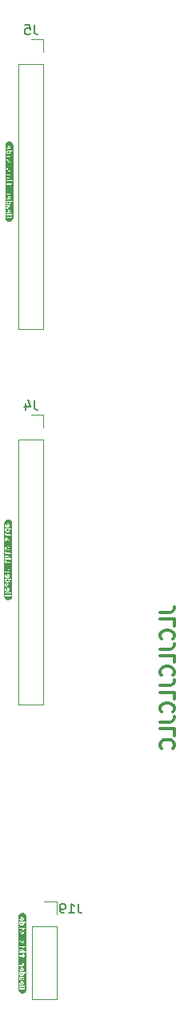
<source format=gbo>
G04 #@! TF.GenerationSoftware,KiCad,Pcbnew,8.0.6-8.0.6-0~ubuntu22.04.1*
G04 #@! TF.CreationDate,2025-02-02T12:48:45+01:00*
G04 #@! TF.ProjectId,Drumbox,4472756d-626f-4782-9e6b-696361645f70,rev?*
G04 #@! TF.SameCoordinates,Original*
G04 #@! TF.FileFunction,Legend,Bot*
G04 #@! TF.FilePolarity,Positive*
%FSLAX46Y46*%
G04 Gerber Fmt 4.6, Leading zero omitted, Abs format (unit mm)*
G04 Created by KiCad (PCBNEW 8.0.6-8.0.6-0~ubuntu22.04.1) date 2025-02-02 12:48:45*
%MOMM*%
%LPD*%
G01*
G04 APERTURE LIST*
%ADD10C,0.300000*%
%ADD11C,0.150000*%
%ADD12C,0.120000*%
%ADD13C,0.000000*%
%ADD14R,1.930000X1.830000*%
%ADD15C,2.130000*%
%ADD16R,1.800000X1.800000*%
%ADD17C,1.800000*%
%ADD18R,1.600000X1.600000*%
%ADD19O,1.600000X1.600000*%
%ADD20C,1.600000*%
%ADD21C,4.000000*%
%ADD22C,3.200000*%
%ADD23R,1.700000X1.700000*%
%ADD24O,1.700000X1.700000*%
G04 APERTURE END LIST*
D10*
X150578328Y-101371428D02*
X151649757Y-101371428D01*
X151649757Y-101371428D02*
X151864042Y-101299999D01*
X151864042Y-101299999D02*
X152006900Y-101157142D01*
X152006900Y-101157142D02*
X152078328Y-100942856D01*
X152078328Y-100942856D02*
X152078328Y-100799999D01*
X152078328Y-102799999D02*
X152078328Y-102085713D01*
X152078328Y-102085713D02*
X150578328Y-102085713D01*
X151935471Y-104157142D02*
X152006900Y-104085714D01*
X152006900Y-104085714D02*
X152078328Y-103871428D01*
X152078328Y-103871428D02*
X152078328Y-103728571D01*
X152078328Y-103728571D02*
X152006900Y-103514285D01*
X152006900Y-103514285D02*
X151864042Y-103371428D01*
X151864042Y-103371428D02*
X151721185Y-103299999D01*
X151721185Y-103299999D02*
X151435471Y-103228571D01*
X151435471Y-103228571D02*
X151221185Y-103228571D01*
X151221185Y-103228571D02*
X150935471Y-103299999D01*
X150935471Y-103299999D02*
X150792614Y-103371428D01*
X150792614Y-103371428D02*
X150649757Y-103514285D01*
X150649757Y-103514285D02*
X150578328Y-103728571D01*
X150578328Y-103728571D02*
X150578328Y-103871428D01*
X150578328Y-103871428D02*
X150649757Y-104085714D01*
X150649757Y-104085714D02*
X150721185Y-104157142D01*
X150578328Y-105228571D02*
X151649757Y-105228571D01*
X151649757Y-105228571D02*
X151864042Y-105157142D01*
X151864042Y-105157142D02*
X152006900Y-105014285D01*
X152006900Y-105014285D02*
X152078328Y-104799999D01*
X152078328Y-104799999D02*
X152078328Y-104657142D01*
X152078328Y-106657142D02*
X152078328Y-105942856D01*
X152078328Y-105942856D02*
X150578328Y-105942856D01*
X151935471Y-108014285D02*
X152006900Y-107942857D01*
X152006900Y-107942857D02*
X152078328Y-107728571D01*
X152078328Y-107728571D02*
X152078328Y-107585714D01*
X152078328Y-107585714D02*
X152006900Y-107371428D01*
X152006900Y-107371428D02*
X151864042Y-107228571D01*
X151864042Y-107228571D02*
X151721185Y-107157142D01*
X151721185Y-107157142D02*
X151435471Y-107085714D01*
X151435471Y-107085714D02*
X151221185Y-107085714D01*
X151221185Y-107085714D02*
X150935471Y-107157142D01*
X150935471Y-107157142D02*
X150792614Y-107228571D01*
X150792614Y-107228571D02*
X150649757Y-107371428D01*
X150649757Y-107371428D02*
X150578328Y-107585714D01*
X150578328Y-107585714D02*
X150578328Y-107728571D01*
X150578328Y-107728571D02*
X150649757Y-107942857D01*
X150649757Y-107942857D02*
X150721185Y-108014285D01*
X150578328Y-109085714D02*
X151649757Y-109085714D01*
X151649757Y-109085714D02*
X151864042Y-109014285D01*
X151864042Y-109014285D02*
X152006900Y-108871428D01*
X152006900Y-108871428D02*
X152078328Y-108657142D01*
X152078328Y-108657142D02*
X152078328Y-108514285D01*
X152078328Y-110514285D02*
X152078328Y-109799999D01*
X152078328Y-109799999D02*
X150578328Y-109799999D01*
X151935471Y-111871428D02*
X152006900Y-111800000D01*
X152006900Y-111800000D02*
X152078328Y-111585714D01*
X152078328Y-111585714D02*
X152078328Y-111442857D01*
X152078328Y-111442857D02*
X152006900Y-111228571D01*
X152006900Y-111228571D02*
X151864042Y-111085714D01*
X151864042Y-111085714D02*
X151721185Y-111014285D01*
X151721185Y-111014285D02*
X151435471Y-110942857D01*
X151435471Y-110942857D02*
X151221185Y-110942857D01*
X151221185Y-110942857D02*
X150935471Y-111014285D01*
X150935471Y-111014285D02*
X150792614Y-111085714D01*
X150792614Y-111085714D02*
X150649757Y-111228571D01*
X150649757Y-111228571D02*
X150578328Y-111442857D01*
X150578328Y-111442857D02*
X150578328Y-111585714D01*
X150578328Y-111585714D02*
X150649757Y-111800000D01*
X150649757Y-111800000D02*
X150721185Y-111871428D01*
X150578328Y-112942857D02*
X151649757Y-112942857D01*
X151649757Y-112942857D02*
X151864042Y-112871428D01*
X151864042Y-112871428D02*
X152006900Y-112728571D01*
X152006900Y-112728571D02*
X152078328Y-112514285D01*
X152078328Y-112514285D02*
X152078328Y-112371428D01*
X152078328Y-114371428D02*
X152078328Y-113657142D01*
X152078328Y-113657142D02*
X150578328Y-113657142D01*
X151935471Y-115728571D02*
X152006900Y-115657143D01*
X152006900Y-115657143D02*
X152078328Y-115442857D01*
X152078328Y-115442857D02*
X152078328Y-115300000D01*
X152078328Y-115300000D02*
X152006900Y-115085714D01*
X152006900Y-115085714D02*
X151864042Y-114942857D01*
X151864042Y-114942857D02*
X151721185Y-114871428D01*
X151721185Y-114871428D02*
X151435471Y-114800000D01*
X151435471Y-114800000D02*
X151221185Y-114800000D01*
X151221185Y-114800000D02*
X150935471Y-114871428D01*
X150935471Y-114871428D02*
X150792614Y-114942857D01*
X150792614Y-114942857D02*
X150649757Y-115085714D01*
X150649757Y-115085714D02*
X150578328Y-115300000D01*
X150578328Y-115300000D02*
X150578328Y-115442857D01*
X150578328Y-115442857D02*
X150649757Y-115657143D01*
X150649757Y-115657143D02*
X150721185Y-115728571D01*
D11*
X137233333Y-39224819D02*
X137233333Y-39939104D01*
X137233333Y-39939104D02*
X137280952Y-40081961D01*
X137280952Y-40081961D02*
X137376190Y-40177200D01*
X137376190Y-40177200D02*
X137519047Y-40224819D01*
X137519047Y-40224819D02*
X137614285Y-40224819D01*
X136280952Y-39224819D02*
X136757142Y-39224819D01*
X136757142Y-39224819D02*
X136804761Y-39701009D01*
X136804761Y-39701009D02*
X136757142Y-39653390D01*
X136757142Y-39653390D02*
X136661904Y-39605771D01*
X136661904Y-39605771D02*
X136423809Y-39605771D01*
X136423809Y-39605771D02*
X136328571Y-39653390D01*
X136328571Y-39653390D02*
X136280952Y-39701009D01*
X136280952Y-39701009D02*
X136233333Y-39796247D01*
X136233333Y-39796247D02*
X136233333Y-40034342D01*
X136233333Y-40034342D02*
X136280952Y-40129580D01*
X136280952Y-40129580D02*
X136328571Y-40177200D01*
X136328571Y-40177200D02*
X136423809Y-40224819D01*
X136423809Y-40224819D02*
X136661904Y-40224819D01*
X136661904Y-40224819D02*
X136757142Y-40177200D01*
X136757142Y-40177200D02*
X136804761Y-40129580D01*
X141909523Y-132154819D02*
X141909523Y-132869104D01*
X141909523Y-132869104D02*
X141957142Y-133011961D01*
X141957142Y-133011961D02*
X142052380Y-133107200D01*
X142052380Y-133107200D02*
X142195237Y-133154819D01*
X142195237Y-133154819D02*
X142290475Y-133154819D01*
X140909523Y-133154819D02*
X141480951Y-133154819D01*
X141195237Y-133154819D02*
X141195237Y-132154819D01*
X141195237Y-132154819D02*
X141290475Y-132297676D01*
X141290475Y-132297676D02*
X141385713Y-132392914D01*
X141385713Y-132392914D02*
X141480951Y-132440533D01*
X140433332Y-133154819D02*
X140242856Y-133154819D01*
X140242856Y-133154819D02*
X140147618Y-133107200D01*
X140147618Y-133107200D02*
X140099999Y-133059580D01*
X140099999Y-133059580D02*
X140004761Y-132916723D01*
X140004761Y-132916723D02*
X139957142Y-132726247D01*
X139957142Y-132726247D02*
X139957142Y-132345295D01*
X139957142Y-132345295D02*
X140004761Y-132250057D01*
X140004761Y-132250057D02*
X140052380Y-132202438D01*
X140052380Y-132202438D02*
X140147618Y-132154819D01*
X140147618Y-132154819D02*
X140338094Y-132154819D01*
X140338094Y-132154819D02*
X140433332Y-132202438D01*
X140433332Y-132202438D02*
X140480951Y-132250057D01*
X140480951Y-132250057D02*
X140528570Y-132345295D01*
X140528570Y-132345295D02*
X140528570Y-132583390D01*
X140528570Y-132583390D02*
X140480951Y-132678628D01*
X140480951Y-132678628D02*
X140433332Y-132726247D01*
X140433332Y-132726247D02*
X140338094Y-132773866D01*
X140338094Y-132773866D02*
X140147618Y-132773866D01*
X140147618Y-132773866D02*
X140052380Y-132726247D01*
X140052380Y-132726247D02*
X140004761Y-132678628D01*
X140004761Y-132678628D02*
X139957142Y-132583390D01*
X137233333Y-78924819D02*
X137233333Y-79639104D01*
X137233333Y-79639104D02*
X137280952Y-79781961D01*
X137280952Y-79781961D02*
X137376190Y-79877200D01*
X137376190Y-79877200D02*
X137519047Y-79924819D01*
X137519047Y-79924819D02*
X137614285Y-79924819D01*
X136328571Y-79258152D02*
X136328571Y-79924819D01*
X136566666Y-78877200D02*
X136804761Y-79591485D01*
X136804761Y-79591485D02*
X136185714Y-79591485D01*
D12*
X135570000Y-43370000D02*
X138230000Y-43370000D01*
X135570000Y-71370000D02*
X135570000Y-43370000D01*
X135570000Y-71370000D02*
X138230000Y-71370000D01*
X136900000Y-40770000D02*
X138230000Y-40770000D01*
X138230000Y-40770000D02*
X138230000Y-42100000D01*
X138230000Y-71370000D02*
X138230000Y-43370000D01*
X136970000Y-134570000D02*
X139630000Y-134570000D01*
X136970000Y-142250000D02*
X136970000Y-134570000D01*
X136970000Y-142250000D02*
X139630000Y-142250000D01*
X138300000Y-131970000D02*
X139630000Y-131970000D01*
X139630000Y-131970000D02*
X139630000Y-133300000D01*
X139630000Y-142250000D02*
X139630000Y-134570000D01*
D13*
G36*
X134575767Y-52081745D02*
G01*
X134606300Y-52097254D01*
X134628110Y-52124394D01*
X134636349Y-52165105D01*
X134628595Y-52205331D01*
X134607270Y-52233441D01*
X134576252Y-52250888D01*
X134540388Y-52259128D01*
X134540388Y-52076898D01*
X134575767Y-52081745D01*
G37*
G36*
X134575767Y-57412924D02*
G01*
X134606300Y-57428433D01*
X134628110Y-57455573D01*
X134636349Y-57496284D01*
X134628595Y-57536510D01*
X134607270Y-57564620D01*
X134576252Y-57582068D01*
X134540388Y-57590307D01*
X134540388Y-57408077D01*
X134575767Y-57412924D01*
G37*
G36*
X134575767Y-58866882D02*
G01*
X134606300Y-58882391D01*
X134628110Y-58909531D01*
X134636349Y-58950242D01*
X134628595Y-58990468D01*
X134607270Y-59018578D01*
X134576252Y-59036026D01*
X134540388Y-59044265D01*
X134540388Y-58862035D01*
X134575767Y-58866882D01*
G37*
G36*
X134465267Y-58427787D02*
G01*
X134466721Y-58457835D01*
X134464297Y-58493699D01*
X134456058Y-58524233D01*
X134439580Y-58545073D01*
X134411470Y-58552827D01*
X134367367Y-58529564D01*
X134354281Y-58469467D01*
X134354766Y-58431664D01*
X134357189Y-58399677D01*
X134461874Y-58399677D01*
X134465267Y-58427787D01*
G37*
G36*
X134626171Y-52630372D02*
G01*
X134631502Y-52667205D01*
X134623021Y-52704039D01*
X134597577Y-52729241D01*
X134556139Y-52743780D01*
X134499677Y-52748627D01*
X134444184Y-52742932D01*
X134399838Y-52725848D01*
X134370759Y-52696163D01*
X134361066Y-52652666D01*
X134362036Y-52625525D01*
X134364943Y-52599354D01*
X134613086Y-52599354D01*
X134626171Y-52630372D01*
G37*
G36*
X134626171Y-57961551D02*
G01*
X134631502Y-57998384D01*
X134623021Y-58035218D01*
X134597577Y-58060420D01*
X134556139Y-58074960D01*
X134499677Y-58079806D01*
X134444184Y-58074111D01*
X134399838Y-58057027D01*
X134370759Y-58027342D01*
X134361066Y-57983845D01*
X134362036Y-57956704D01*
X134364943Y-57930533D01*
X134613086Y-57930533D01*
X134626171Y-57961551D01*
G37*
G36*
X134641408Y-51541049D02*
G01*
X134682417Y-51547132D01*
X134722632Y-51557205D01*
X134761667Y-51571172D01*
X134799144Y-51588898D01*
X134834704Y-51610211D01*
X134868003Y-51634908D01*
X134898721Y-51662749D01*
X134926563Y-51693467D01*
X134951259Y-51726766D01*
X134972573Y-51762326D01*
X134990298Y-51799803D01*
X135004265Y-51838838D01*
X135014338Y-51879053D01*
X135020421Y-51920062D01*
X135022456Y-51961470D01*
X135022456Y-51961551D01*
X135022456Y-59638449D01*
X135022456Y-59638530D01*
X135020421Y-59679938D01*
X135014338Y-59720947D01*
X135004265Y-59761162D01*
X134990298Y-59800197D01*
X134972573Y-59837674D01*
X134951259Y-59873234D01*
X134926563Y-59906533D01*
X134898721Y-59937251D01*
X134868003Y-59965092D01*
X134834704Y-59989789D01*
X134799144Y-60011102D01*
X134761667Y-60028828D01*
X134722632Y-60042795D01*
X134682417Y-60052868D01*
X134641408Y-60058951D01*
X134600000Y-60060985D01*
X134558592Y-60058951D01*
X134517583Y-60052868D01*
X134477368Y-60042795D01*
X134438333Y-60028828D01*
X134400856Y-60011102D01*
X134365296Y-59989789D01*
X134331997Y-59965092D01*
X134301279Y-59937251D01*
X134273437Y-59906533D01*
X134248741Y-59873234D01*
X134227427Y-59837674D01*
X134209702Y-59800197D01*
X134195735Y-59761162D01*
X134185662Y-59720947D01*
X134179579Y-59679938D01*
X134177544Y-59638530D01*
X134177544Y-59638449D01*
X134177544Y-59360258D01*
X134268982Y-59360258D01*
X134533603Y-59360258D01*
X134533603Y-59519225D01*
X134268982Y-59519225D01*
X134268982Y-59638449D01*
X134868982Y-59638449D01*
X134868982Y-59519225D01*
X134632472Y-59519225D01*
X134632472Y-59360258D01*
X134868982Y-59360258D01*
X134868982Y-59241034D01*
X134268982Y-59241034D01*
X134268982Y-59360258D01*
X134177544Y-59360258D01*
X134177544Y-59241034D01*
X134177544Y-58917286D01*
X134258320Y-58917286D01*
X134262076Y-58972415D01*
X134273344Y-59021486D01*
X134292003Y-59064136D01*
X134317932Y-59100000D01*
X134351010Y-59128716D01*
X134391115Y-59149919D01*
X134438368Y-59163005D01*
X134492892Y-59167367D01*
X134549354Y-59162762D01*
X134598546Y-59148950D01*
X134640347Y-59127625D01*
X134674637Y-59100485D01*
X134701414Y-59068255D01*
X134720679Y-59031664D01*
X134732310Y-58992407D01*
X134736187Y-58952181D01*
X134729564Y-58890361D01*
X134709693Y-58839311D01*
X134676575Y-58799031D01*
X134630749Y-58769951D01*
X134572752Y-58752504D01*
X134502585Y-58746688D01*
X134478352Y-58747173D01*
X134457997Y-58748627D01*
X134457997Y-59044265D01*
X134418134Y-59035056D01*
X134387722Y-59007431D01*
X134368457Y-58965267D01*
X134362036Y-58912439D01*
X134369790Y-58844103D01*
X134385299Y-58789338D01*
X134283522Y-58772859D01*
X134265590Y-58838772D01*
X134258320Y-58917286D01*
X134177544Y-58917286D01*
X134177544Y-58478191D01*
X134258320Y-58478191D01*
X134266074Y-58557189D01*
X134291761Y-58617771D01*
X134338288Y-58656543D01*
X134408562Y-58670113D01*
X134475444Y-58654604D01*
X134519063Y-58612924D01*
X134542811Y-58552827D01*
X134550081Y-58482068D01*
X134548142Y-58438207D01*
X134542326Y-58399677D01*
X134556866Y-58399677D01*
X134613570Y-58421002D01*
X134630654Y-58450081D01*
X134636349Y-58494669D01*
X134631502Y-58560097D01*
X134619871Y-58610985D01*
X134715832Y-58627464D01*
X134729887Y-58564459D01*
X134734612Y-58523021D01*
X134736187Y-58480129D01*
X134732916Y-58428635D01*
X134723102Y-58386591D01*
X134686268Y-58326979D01*
X134628110Y-58294992D01*
X134551050Y-58285299D01*
X134279645Y-58285299D01*
X134266074Y-58362843D01*
X134260258Y-58417367D01*
X134258320Y-58478191D01*
X134177544Y-58478191D01*
X134177544Y-57984814D01*
X134258320Y-57984814D01*
X134265320Y-58050135D01*
X134286322Y-58103931D01*
X134321325Y-58146204D01*
X134368498Y-58176629D01*
X134426010Y-58194884D01*
X134493861Y-58200969D01*
X134562951Y-58195853D01*
X134621594Y-58180506D01*
X134669790Y-58154927D01*
X134705600Y-58119332D01*
X134727087Y-58073936D01*
X134734249Y-58018740D01*
X134728918Y-57971244D01*
X134713893Y-57930533D01*
X134921325Y-57930533D01*
X134941680Y-57811309D01*
X134282553Y-57811309D01*
X134272859Y-57847900D01*
X134265105Y-57891761D01*
X134260016Y-57938772D01*
X134258320Y-57984814D01*
X134177544Y-57984814D01*
X134177544Y-57463328D01*
X134258320Y-57463328D01*
X134262076Y-57518457D01*
X134273344Y-57567528D01*
X134292003Y-57610178D01*
X134317932Y-57646042D01*
X134351010Y-57674758D01*
X134391115Y-57695961D01*
X134438368Y-57709047D01*
X134492892Y-57713409D01*
X134549354Y-57708804D01*
X134598546Y-57694992D01*
X134640347Y-57673667D01*
X134674637Y-57646527D01*
X134701414Y-57614297D01*
X134720679Y-57577706D01*
X134732310Y-57538449D01*
X134736187Y-57498223D01*
X134729564Y-57436403D01*
X134709693Y-57385353D01*
X134676575Y-57345073D01*
X134630749Y-57315993D01*
X134572752Y-57298546D01*
X134502585Y-57292730D01*
X134478352Y-57293215D01*
X134457997Y-57294669D01*
X134457997Y-57590307D01*
X134418134Y-57581099D01*
X134387722Y-57553473D01*
X134368457Y-57511309D01*
X134362036Y-57458481D01*
X134369790Y-57390145D01*
X134385299Y-57335380D01*
X134283522Y-57318901D01*
X134265590Y-57384814D01*
X134258320Y-57463328D01*
X134177544Y-57463328D01*
X134177544Y-57172536D01*
X134268982Y-57172536D01*
X134694507Y-57172536D01*
X134710258Y-57124435D01*
X134722617Y-57075121D01*
X134730614Y-57020961D01*
X134733279Y-56958320D01*
X134732310Y-56930695D01*
X134728918Y-56892407D01*
X134723102Y-56851212D01*
X134713893Y-56813893D01*
X134603393Y-56835218D01*
X134609208Y-56862843D01*
X134614540Y-56895315D01*
X134617932Y-56927302D01*
X134618901Y-56953473D01*
X134616478Y-57002908D01*
X134607270Y-57052342D01*
X134268982Y-57052342D01*
X134268982Y-57172536D01*
X134177544Y-57172536D01*
X134177544Y-57052342D01*
X134177544Y-55977383D01*
X134258320Y-55977383D01*
X134265105Y-56051050D01*
X134291276Y-56105331D01*
X134346042Y-56139257D01*
X134386874Y-56147981D01*
X134438611Y-56150888D01*
X134625687Y-56150888D01*
X134625687Y-56254604D01*
X134724556Y-56254604D01*
X134724556Y-56150888D01*
X134838934Y-56150888D01*
X134858320Y-56031664D01*
X134724556Y-56031664D01*
X134724556Y-55840711D01*
X134625687Y-55840711D01*
X134625687Y-56031664D01*
X134441519Y-56031664D01*
X134400808Y-56026817D01*
X134376575Y-56013247D01*
X134364943Y-55991922D01*
X134362036Y-55963813D01*
X134363005Y-55933279D01*
X134366397Y-55906139D01*
X134373667Y-55878998D01*
X134386268Y-55848465D01*
X134283522Y-55831987D01*
X134264136Y-55903231D01*
X134258320Y-55977383D01*
X134177544Y-55977383D01*
X134177544Y-55743780D01*
X134177544Y-55377383D01*
X134268982Y-55377383D01*
X134268982Y-55496607D01*
X134510339Y-55496607D01*
X134565347Y-55500242D01*
X134602423Y-55511147D01*
X134630533Y-55566397D01*
X134626656Y-55598869D01*
X134619871Y-55624556D01*
X134268982Y-55624556D01*
X134268982Y-55743780D01*
X134921325Y-55743780D01*
X134941680Y-55624556D01*
X134720679Y-55624556D01*
X134729887Y-55589661D01*
X134734249Y-55553796D01*
X134730493Y-55507512D01*
X134719225Y-55469467D01*
X134676575Y-55415186D01*
X134610662Y-55386107D01*
X134570315Y-55379564D01*
X134525848Y-55377383D01*
X134268982Y-55377383D01*
X134177544Y-55377383D01*
X134177544Y-54996446D01*
X134258320Y-54996446D01*
X134261712Y-55039216D01*
X134271890Y-55074475D01*
X134311147Y-55124879D01*
X134373667Y-55151535D01*
X134413166Y-55157351D01*
X134457997Y-55159289D01*
X134625687Y-55159289D01*
X134625687Y-55285299D01*
X134724556Y-55285299D01*
X134724556Y-55120517D01*
X134779806Y-55120517D01*
X134800162Y-55173344D01*
X134855412Y-55195153D01*
X134911632Y-55173344D01*
X134931987Y-55120517D01*
X134911632Y-55067205D01*
X134855412Y-55044911D01*
X134800162Y-55067205D01*
X134779806Y-55120517D01*
X134724556Y-55120517D01*
X134724556Y-55040065D01*
X134442488Y-55040065D01*
X134381906Y-55025040D01*
X134362036Y-54975121D01*
X134366397Y-54935380D01*
X134384330Y-54883037D01*
X134288368Y-54867528D01*
X134264620Y-54936834D01*
X134258320Y-54996446D01*
X134177544Y-54996446D01*
X134177544Y-54615509D01*
X134258320Y-54615509D01*
X134261712Y-54670275D01*
X134271890Y-54716317D01*
X134296123Y-54783199D01*
X134395961Y-54764782D01*
X134370759Y-54692569D01*
X134359128Y-54614540D01*
X134365428Y-54547657D01*
X134391115Y-54524394D01*
X134412439Y-54531664D01*
X134427464Y-54552019D01*
X134439580Y-54582068D01*
X134451212Y-54617447D01*
X134469144Y-54670759D01*
X134494830Y-54720194D01*
X134534087Y-54757027D01*
X134593700Y-54771567D01*
X134648465Y-54760420D01*
X134694023Y-54725525D01*
X134725040Y-54664943D01*
X134733401Y-54624475D01*
X134736187Y-54576737D01*
X134734491Y-54533724D01*
X134729402Y-54493861D01*
X134710016Y-54427464D01*
X134609208Y-54445880D01*
X134625202Y-54497254D01*
X134636349Y-54575767D01*
X134625202Y-54637318D01*
X134601454Y-54653312D01*
X134582553Y-54646042D01*
X134567528Y-54626656D01*
X134554443Y-54598546D01*
X134542326Y-54564136D01*
X134522940Y-54509855D01*
X134496284Y-54458966D01*
X134455574Y-54421648D01*
X134394992Y-54407108D01*
X134341680Y-54417771D01*
X134298061Y-54453150D01*
X134268982Y-54517609D01*
X134260985Y-54561955D01*
X134258320Y-54615509D01*
X134177544Y-54615509D01*
X134177544Y-53646204D01*
X134258320Y-53646204D01*
X134261712Y-53700969D01*
X134271890Y-53747011D01*
X134296123Y-53813893D01*
X134395961Y-53795477D01*
X134370759Y-53723263D01*
X134359128Y-53645234D01*
X134365428Y-53578352D01*
X134391115Y-53555089D01*
X134412439Y-53562359D01*
X134427464Y-53582714D01*
X134439580Y-53612762D01*
X134451212Y-53648142D01*
X134469144Y-53701454D01*
X134494830Y-53750888D01*
X134534087Y-53787722D01*
X134593700Y-53802262D01*
X134648465Y-53791115D01*
X134694023Y-53756220D01*
X134725040Y-53695638D01*
X134733401Y-53655170D01*
X134736187Y-53607431D01*
X134734491Y-53564418D01*
X134729402Y-53524556D01*
X134710016Y-53458158D01*
X134609208Y-53476575D01*
X134625202Y-53527948D01*
X134636349Y-53606462D01*
X134625202Y-53668013D01*
X134601454Y-53684006D01*
X134582553Y-53676737D01*
X134567528Y-53657351D01*
X134554443Y-53629241D01*
X134542326Y-53594830D01*
X134522940Y-53540549D01*
X134496284Y-53489661D01*
X134455574Y-53452342D01*
X134394992Y-53437803D01*
X134341680Y-53448465D01*
X134298061Y-53483845D01*
X134268982Y-53548304D01*
X134260985Y-53592649D01*
X134258320Y-53646204D01*
X134177544Y-53646204D01*
X134177544Y-53057835D01*
X134258320Y-53057835D01*
X134261712Y-53100606D01*
X134271890Y-53135864D01*
X134311147Y-53186268D01*
X134373667Y-53212924D01*
X134413166Y-53218740D01*
X134457997Y-53220678D01*
X134625687Y-53220678D01*
X134625687Y-53346688D01*
X134724556Y-53346688D01*
X134724556Y-53181906D01*
X134779806Y-53181906D01*
X134800162Y-53234733D01*
X134855412Y-53256543D01*
X134911632Y-53234733D01*
X134931987Y-53181906D01*
X134911632Y-53128594D01*
X134855412Y-53106300D01*
X134800162Y-53128594D01*
X134779806Y-53181906D01*
X134724556Y-53181906D01*
X134724556Y-53101454D01*
X134442488Y-53101454D01*
X134381906Y-53086430D01*
X134362036Y-53036510D01*
X134366397Y-52996769D01*
X134384330Y-52944426D01*
X134288368Y-52928918D01*
X134264620Y-52998223D01*
X134258320Y-53057835D01*
X134177544Y-53057835D01*
X134177544Y-52653635D01*
X134258320Y-52653635D01*
X134265320Y-52718955D01*
X134286322Y-52772752D01*
X134321325Y-52815024D01*
X134368498Y-52845450D01*
X134426010Y-52863705D01*
X134493861Y-52869790D01*
X134562951Y-52864674D01*
X134621594Y-52849327D01*
X134669790Y-52823748D01*
X134705600Y-52788153D01*
X134727087Y-52742757D01*
X134734249Y-52687561D01*
X134728918Y-52640065D01*
X134713893Y-52599354D01*
X134921325Y-52599354D01*
X134941680Y-52480129D01*
X134282553Y-52480129D01*
X134272859Y-52516720D01*
X134265105Y-52560582D01*
X134260016Y-52607593D01*
X134258320Y-52653635D01*
X134177544Y-52653635D01*
X134177544Y-52132149D01*
X134258320Y-52132149D01*
X134262076Y-52187278D01*
X134273344Y-52236349D01*
X134292003Y-52278998D01*
X134317932Y-52314863D01*
X134351010Y-52343578D01*
X134391115Y-52364782D01*
X134438368Y-52377867D01*
X134492892Y-52382229D01*
X134549354Y-52377625D01*
X134598546Y-52363813D01*
X134640347Y-52342488D01*
X134674637Y-52315347D01*
X134701414Y-52283118D01*
X134720679Y-52246527D01*
X134732310Y-52207270D01*
X134736187Y-52167044D01*
X134729564Y-52105223D01*
X134709693Y-52054173D01*
X134676575Y-52013893D01*
X134630749Y-51984814D01*
X134572752Y-51967367D01*
X134502585Y-51961551D01*
X134478352Y-51962035D01*
X134457997Y-51963489D01*
X134457997Y-52259128D01*
X134418134Y-52249919D01*
X134387722Y-52222294D01*
X134368457Y-52180129D01*
X134362036Y-52127302D01*
X134369790Y-52058966D01*
X134385299Y-52004200D01*
X134283522Y-51987722D01*
X134265590Y-52053635D01*
X134258320Y-52132149D01*
X134177544Y-52132149D01*
X134177544Y-51961551D01*
X134177544Y-51961470D01*
X134179579Y-51920062D01*
X134185662Y-51879053D01*
X134195735Y-51838838D01*
X134209702Y-51799803D01*
X134227427Y-51762326D01*
X134248741Y-51726766D01*
X134273437Y-51693467D01*
X134301279Y-51662749D01*
X134331997Y-51634908D01*
X134365296Y-51610211D01*
X134400856Y-51588898D01*
X134438333Y-51571172D01*
X134477368Y-51557205D01*
X134517583Y-51547132D01*
X134558592Y-51541049D01*
X134600000Y-51539015D01*
X134641408Y-51541049D01*
G37*
G36*
X135975767Y-133681745D02*
G01*
X136006300Y-133697254D01*
X136028110Y-133724394D01*
X136036349Y-133765105D01*
X136028595Y-133805331D01*
X136007270Y-133833441D01*
X135976252Y-133850888D01*
X135940388Y-133859128D01*
X135940388Y-133676898D01*
X135975767Y-133681745D01*
G37*
G36*
X135975767Y-139012924D02*
G01*
X136006300Y-139028433D01*
X136028110Y-139055573D01*
X136036349Y-139096284D01*
X136028595Y-139136510D01*
X136007270Y-139164620D01*
X135976252Y-139182068D01*
X135940388Y-139190307D01*
X135940388Y-139008077D01*
X135975767Y-139012924D01*
G37*
G36*
X135975767Y-140466882D02*
G01*
X136006300Y-140482391D01*
X136028110Y-140509531D01*
X136036349Y-140550242D01*
X136028595Y-140590468D01*
X136007270Y-140618578D01*
X135976252Y-140636026D01*
X135940388Y-140644265D01*
X135940388Y-140462035D01*
X135975767Y-140466882D01*
G37*
G36*
X135865267Y-140027787D02*
G01*
X135866721Y-140057835D01*
X135864297Y-140093699D01*
X135856058Y-140124233D01*
X135839580Y-140145073D01*
X135811470Y-140152827D01*
X135767367Y-140129564D01*
X135754281Y-140069467D01*
X135754766Y-140031664D01*
X135757189Y-139999677D01*
X135861874Y-139999677D01*
X135865267Y-140027787D01*
G37*
G36*
X136026171Y-134230372D02*
G01*
X136031502Y-134267205D01*
X136023021Y-134304039D01*
X135997577Y-134329241D01*
X135956139Y-134343780D01*
X135899677Y-134348627D01*
X135844184Y-134342932D01*
X135799838Y-134325848D01*
X135770759Y-134296163D01*
X135761066Y-134252666D01*
X135762036Y-134225525D01*
X135764943Y-134199354D01*
X136013086Y-134199354D01*
X136026171Y-134230372D01*
G37*
G36*
X136026171Y-139561551D02*
G01*
X136031502Y-139598384D01*
X136023021Y-139635218D01*
X135997577Y-139660420D01*
X135956139Y-139674960D01*
X135899677Y-139679806D01*
X135844184Y-139674111D01*
X135799838Y-139657027D01*
X135770759Y-139627342D01*
X135761066Y-139583845D01*
X135762036Y-139556704D01*
X135764943Y-139530533D01*
X136013086Y-139530533D01*
X136026171Y-139561551D01*
G37*
G36*
X136041408Y-133141049D02*
G01*
X136082417Y-133147132D01*
X136122632Y-133157205D01*
X136161667Y-133171172D01*
X136199144Y-133188898D01*
X136234704Y-133210211D01*
X136268003Y-133234908D01*
X136298721Y-133262749D01*
X136326563Y-133293467D01*
X136351259Y-133326766D01*
X136372573Y-133362326D01*
X136390298Y-133399803D01*
X136404265Y-133438838D01*
X136414338Y-133479053D01*
X136420421Y-133520062D01*
X136422456Y-133561470D01*
X136422456Y-133561551D01*
X136422456Y-141238449D01*
X136422456Y-141238530D01*
X136420421Y-141279938D01*
X136414338Y-141320947D01*
X136404265Y-141361162D01*
X136390298Y-141400197D01*
X136372573Y-141437674D01*
X136351259Y-141473234D01*
X136326563Y-141506533D01*
X136298721Y-141537251D01*
X136268003Y-141565092D01*
X136234704Y-141589789D01*
X136199144Y-141611102D01*
X136161667Y-141628828D01*
X136122632Y-141642795D01*
X136082417Y-141652868D01*
X136041408Y-141658951D01*
X136000000Y-141660985D01*
X135958592Y-141658951D01*
X135917583Y-141652868D01*
X135877368Y-141642795D01*
X135838333Y-141628828D01*
X135800856Y-141611102D01*
X135765296Y-141589789D01*
X135731997Y-141565092D01*
X135701279Y-141537251D01*
X135673437Y-141506533D01*
X135648741Y-141473234D01*
X135627427Y-141437674D01*
X135609702Y-141400197D01*
X135595735Y-141361162D01*
X135585662Y-141320947D01*
X135579579Y-141279938D01*
X135577544Y-141238530D01*
X135577544Y-141238449D01*
X135577544Y-140960258D01*
X135668982Y-140960258D01*
X135933603Y-140960258D01*
X135933603Y-141119225D01*
X135668982Y-141119225D01*
X135668982Y-141238449D01*
X136268982Y-141238449D01*
X136268982Y-141119225D01*
X136032472Y-141119225D01*
X136032472Y-140960258D01*
X136268982Y-140960258D01*
X136268982Y-140841034D01*
X135668982Y-140841034D01*
X135668982Y-140960258D01*
X135577544Y-140960258D01*
X135577544Y-140841034D01*
X135577544Y-140517286D01*
X135658320Y-140517286D01*
X135662076Y-140572415D01*
X135673344Y-140621486D01*
X135692003Y-140664136D01*
X135717932Y-140700000D01*
X135751010Y-140728716D01*
X135791115Y-140749919D01*
X135838368Y-140763005D01*
X135892892Y-140767367D01*
X135949354Y-140762762D01*
X135998546Y-140748950D01*
X136040347Y-140727625D01*
X136074637Y-140700485D01*
X136101414Y-140668255D01*
X136120679Y-140631664D01*
X136132310Y-140592407D01*
X136136187Y-140552181D01*
X136129564Y-140490361D01*
X136109693Y-140439311D01*
X136076575Y-140399031D01*
X136030749Y-140369951D01*
X135972752Y-140352504D01*
X135902585Y-140346688D01*
X135878352Y-140347173D01*
X135857997Y-140348627D01*
X135857997Y-140644265D01*
X135818134Y-140635056D01*
X135787722Y-140607431D01*
X135768457Y-140565267D01*
X135762036Y-140512439D01*
X135769790Y-140444103D01*
X135785299Y-140389338D01*
X135683522Y-140372859D01*
X135665590Y-140438772D01*
X135658320Y-140517286D01*
X135577544Y-140517286D01*
X135577544Y-140078191D01*
X135658320Y-140078191D01*
X135666074Y-140157189D01*
X135691761Y-140217771D01*
X135738288Y-140256543D01*
X135808562Y-140270113D01*
X135875444Y-140254604D01*
X135919063Y-140212924D01*
X135942811Y-140152827D01*
X135950081Y-140082068D01*
X135948142Y-140038207D01*
X135942326Y-139999677D01*
X135956866Y-139999677D01*
X136013570Y-140021002D01*
X136030654Y-140050081D01*
X136036349Y-140094669D01*
X136031502Y-140160097D01*
X136019871Y-140210985D01*
X136115832Y-140227464D01*
X136129887Y-140164459D01*
X136134612Y-140123021D01*
X136136187Y-140080129D01*
X136132916Y-140028635D01*
X136123102Y-139986591D01*
X136086268Y-139926979D01*
X136028110Y-139894992D01*
X135951050Y-139885299D01*
X135679645Y-139885299D01*
X135666074Y-139962843D01*
X135660258Y-140017367D01*
X135658320Y-140078191D01*
X135577544Y-140078191D01*
X135577544Y-139584814D01*
X135658320Y-139584814D01*
X135665320Y-139650135D01*
X135686322Y-139703931D01*
X135721325Y-139746204D01*
X135768498Y-139776629D01*
X135826010Y-139794884D01*
X135893861Y-139800969D01*
X135962951Y-139795853D01*
X136021594Y-139780506D01*
X136069790Y-139754927D01*
X136105600Y-139719332D01*
X136127087Y-139673936D01*
X136134249Y-139618740D01*
X136128918Y-139571244D01*
X136113893Y-139530533D01*
X136321325Y-139530533D01*
X136341680Y-139411309D01*
X135682553Y-139411309D01*
X135672859Y-139447900D01*
X135665105Y-139491761D01*
X135660016Y-139538772D01*
X135658320Y-139584814D01*
X135577544Y-139584814D01*
X135577544Y-139063328D01*
X135658320Y-139063328D01*
X135662076Y-139118457D01*
X135673344Y-139167528D01*
X135692003Y-139210178D01*
X135717932Y-139246042D01*
X135751010Y-139274758D01*
X135791115Y-139295961D01*
X135838368Y-139309047D01*
X135892892Y-139313409D01*
X135949354Y-139308804D01*
X135998546Y-139294992D01*
X136040347Y-139273667D01*
X136074637Y-139246527D01*
X136101414Y-139214297D01*
X136120679Y-139177706D01*
X136132310Y-139138449D01*
X136136187Y-139098223D01*
X136129564Y-139036403D01*
X136109693Y-138985353D01*
X136076575Y-138945073D01*
X136030749Y-138915993D01*
X135972752Y-138898546D01*
X135902585Y-138892730D01*
X135878352Y-138893215D01*
X135857997Y-138894669D01*
X135857997Y-139190307D01*
X135818134Y-139181099D01*
X135787722Y-139153473D01*
X135768457Y-139111309D01*
X135762036Y-139058481D01*
X135769790Y-138990145D01*
X135785299Y-138935380D01*
X135683522Y-138918901D01*
X135665590Y-138984814D01*
X135658320Y-139063328D01*
X135577544Y-139063328D01*
X135577544Y-138772536D01*
X135668982Y-138772536D01*
X136094507Y-138772536D01*
X136110258Y-138724435D01*
X136122617Y-138675121D01*
X136130614Y-138620961D01*
X136133279Y-138558320D01*
X136132310Y-138530695D01*
X136128918Y-138492407D01*
X136123102Y-138451212D01*
X136113893Y-138413893D01*
X136003393Y-138435218D01*
X136009208Y-138462843D01*
X136014540Y-138495315D01*
X136017932Y-138527302D01*
X136018901Y-138553473D01*
X136016478Y-138602908D01*
X136007270Y-138652342D01*
X135668982Y-138652342D01*
X135668982Y-138772536D01*
X135577544Y-138772536D01*
X135577544Y-138652342D01*
X135577544Y-137577383D01*
X135658320Y-137577383D01*
X135665105Y-137651050D01*
X135691276Y-137705331D01*
X135746042Y-137739257D01*
X135786874Y-137747981D01*
X135838611Y-137750888D01*
X136025687Y-137750888D01*
X136025687Y-137854604D01*
X136124556Y-137854604D01*
X136124556Y-137750888D01*
X136238934Y-137750888D01*
X136258320Y-137631664D01*
X136124556Y-137631664D01*
X136124556Y-137440711D01*
X136025687Y-137440711D01*
X136025687Y-137631664D01*
X135841519Y-137631664D01*
X135800808Y-137626817D01*
X135776575Y-137613247D01*
X135764943Y-137591922D01*
X135762036Y-137563813D01*
X135763005Y-137533279D01*
X135766397Y-137506139D01*
X135773667Y-137478998D01*
X135786268Y-137448465D01*
X135683522Y-137431987D01*
X135664136Y-137503231D01*
X135658320Y-137577383D01*
X135577544Y-137577383D01*
X135577544Y-137343780D01*
X135577544Y-136977383D01*
X135668982Y-136977383D01*
X135668982Y-137096607D01*
X135910339Y-137096607D01*
X135965347Y-137100242D01*
X136002423Y-137111147D01*
X136030533Y-137166397D01*
X136026656Y-137198869D01*
X136019871Y-137224556D01*
X135668982Y-137224556D01*
X135668982Y-137343780D01*
X136321325Y-137343780D01*
X136341680Y-137224556D01*
X136120679Y-137224556D01*
X136129887Y-137189661D01*
X136134249Y-137153796D01*
X136130493Y-137107512D01*
X136119225Y-137069467D01*
X136076575Y-137015186D01*
X136010662Y-136986107D01*
X135970315Y-136979564D01*
X135925848Y-136977383D01*
X135668982Y-136977383D01*
X135577544Y-136977383D01*
X135577544Y-136596446D01*
X135658320Y-136596446D01*
X135661712Y-136639216D01*
X135671890Y-136674475D01*
X135711147Y-136724879D01*
X135773667Y-136751535D01*
X135813166Y-136757351D01*
X135857997Y-136759289D01*
X136025687Y-136759289D01*
X136025687Y-136885299D01*
X136124556Y-136885299D01*
X136124556Y-136720517D01*
X136179806Y-136720517D01*
X136200162Y-136773344D01*
X136255412Y-136795153D01*
X136311632Y-136773344D01*
X136331987Y-136720517D01*
X136311632Y-136667205D01*
X136255412Y-136644911D01*
X136200162Y-136667205D01*
X136179806Y-136720517D01*
X136124556Y-136720517D01*
X136124556Y-136640065D01*
X135842488Y-136640065D01*
X135781906Y-136625040D01*
X135762036Y-136575121D01*
X135766397Y-136535380D01*
X135784330Y-136483037D01*
X135688368Y-136467528D01*
X135664620Y-136536834D01*
X135658320Y-136596446D01*
X135577544Y-136596446D01*
X135577544Y-136215509D01*
X135658320Y-136215509D01*
X135661712Y-136270275D01*
X135671890Y-136316317D01*
X135696123Y-136383199D01*
X135795961Y-136364782D01*
X135770759Y-136292569D01*
X135759128Y-136214540D01*
X135765428Y-136147657D01*
X135791115Y-136124394D01*
X135812439Y-136131664D01*
X135827464Y-136152019D01*
X135839580Y-136182068D01*
X135851212Y-136217447D01*
X135869144Y-136270759D01*
X135894830Y-136320194D01*
X135934087Y-136357027D01*
X135993700Y-136371567D01*
X136048465Y-136360420D01*
X136094023Y-136325525D01*
X136125040Y-136264943D01*
X136133401Y-136224475D01*
X136136187Y-136176737D01*
X136134491Y-136133724D01*
X136129402Y-136093861D01*
X136110016Y-136027464D01*
X136009208Y-136045880D01*
X136025202Y-136097254D01*
X136036349Y-136175767D01*
X136025202Y-136237318D01*
X136001454Y-136253312D01*
X135982553Y-136246042D01*
X135967528Y-136226656D01*
X135954443Y-136198546D01*
X135942326Y-136164136D01*
X135922940Y-136109855D01*
X135896284Y-136058966D01*
X135855574Y-136021648D01*
X135794992Y-136007108D01*
X135741680Y-136017771D01*
X135698061Y-136053150D01*
X135668982Y-136117609D01*
X135660985Y-136161955D01*
X135658320Y-136215509D01*
X135577544Y-136215509D01*
X135577544Y-135246204D01*
X135658320Y-135246204D01*
X135661712Y-135300969D01*
X135671890Y-135347011D01*
X135696123Y-135413893D01*
X135795961Y-135395477D01*
X135770759Y-135323263D01*
X135759128Y-135245234D01*
X135765428Y-135178352D01*
X135791115Y-135155089D01*
X135812439Y-135162359D01*
X135827464Y-135182714D01*
X135839580Y-135212762D01*
X135851212Y-135248142D01*
X135869144Y-135301454D01*
X135894830Y-135350888D01*
X135934087Y-135387722D01*
X135993700Y-135402262D01*
X136048465Y-135391115D01*
X136094023Y-135356220D01*
X136125040Y-135295638D01*
X136133401Y-135255170D01*
X136136187Y-135207431D01*
X136134491Y-135164418D01*
X136129402Y-135124556D01*
X136110016Y-135058158D01*
X136009208Y-135076575D01*
X136025202Y-135127948D01*
X136036349Y-135206462D01*
X136025202Y-135268013D01*
X136001454Y-135284006D01*
X135982553Y-135276737D01*
X135967528Y-135257351D01*
X135954443Y-135229241D01*
X135942326Y-135194830D01*
X135922940Y-135140549D01*
X135896284Y-135089661D01*
X135855574Y-135052342D01*
X135794992Y-135037803D01*
X135741680Y-135048465D01*
X135698061Y-135083845D01*
X135668982Y-135148304D01*
X135660985Y-135192649D01*
X135658320Y-135246204D01*
X135577544Y-135246204D01*
X135577544Y-134657835D01*
X135658320Y-134657835D01*
X135661712Y-134700606D01*
X135671890Y-134735864D01*
X135711147Y-134786268D01*
X135773667Y-134812924D01*
X135813166Y-134818740D01*
X135857997Y-134820678D01*
X136025687Y-134820678D01*
X136025687Y-134946688D01*
X136124556Y-134946688D01*
X136124556Y-134781906D01*
X136179806Y-134781906D01*
X136200162Y-134834733D01*
X136255412Y-134856543D01*
X136311632Y-134834733D01*
X136331987Y-134781906D01*
X136311632Y-134728594D01*
X136255412Y-134706300D01*
X136200162Y-134728594D01*
X136179806Y-134781906D01*
X136124556Y-134781906D01*
X136124556Y-134701454D01*
X135842488Y-134701454D01*
X135781906Y-134686430D01*
X135762036Y-134636510D01*
X135766397Y-134596769D01*
X135784330Y-134544426D01*
X135688368Y-134528918D01*
X135664620Y-134598223D01*
X135658320Y-134657835D01*
X135577544Y-134657835D01*
X135577544Y-134253635D01*
X135658320Y-134253635D01*
X135665320Y-134318955D01*
X135686322Y-134372752D01*
X135721325Y-134415024D01*
X135768498Y-134445450D01*
X135826010Y-134463705D01*
X135893861Y-134469790D01*
X135962951Y-134464674D01*
X136021594Y-134449327D01*
X136069790Y-134423748D01*
X136105600Y-134388153D01*
X136127087Y-134342757D01*
X136134249Y-134287561D01*
X136128918Y-134240065D01*
X136113893Y-134199354D01*
X136321325Y-134199354D01*
X136341680Y-134080129D01*
X135682553Y-134080129D01*
X135672859Y-134116720D01*
X135665105Y-134160582D01*
X135660016Y-134207593D01*
X135658320Y-134253635D01*
X135577544Y-134253635D01*
X135577544Y-133732149D01*
X135658320Y-133732149D01*
X135662076Y-133787278D01*
X135673344Y-133836349D01*
X135692003Y-133878998D01*
X135717932Y-133914863D01*
X135751010Y-133943578D01*
X135791115Y-133964782D01*
X135838368Y-133977867D01*
X135892892Y-133982229D01*
X135949354Y-133977625D01*
X135998546Y-133963813D01*
X136040347Y-133942488D01*
X136074637Y-133915347D01*
X136101414Y-133883118D01*
X136120679Y-133846527D01*
X136132310Y-133807270D01*
X136136187Y-133767044D01*
X136129564Y-133705223D01*
X136109693Y-133654173D01*
X136076575Y-133613893D01*
X136030749Y-133584814D01*
X135972752Y-133567367D01*
X135902585Y-133561551D01*
X135878352Y-133562035D01*
X135857997Y-133563489D01*
X135857997Y-133859128D01*
X135818134Y-133849919D01*
X135787722Y-133822294D01*
X135768457Y-133780129D01*
X135762036Y-133727302D01*
X135769790Y-133658966D01*
X135785299Y-133604200D01*
X135683522Y-133587722D01*
X135665590Y-133653635D01*
X135658320Y-133732149D01*
X135577544Y-133732149D01*
X135577544Y-133561551D01*
X135577544Y-133561470D01*
X135579579Y-133520062D01*
X135585662Y-133479053D01*
X135595735Y-133438838D01*
X135609702Y-133399803D01*
X135627427Y-133362326D01*
X135648741Y-133326766D01*
X135673437Y-133293467D01*
X135701279Y-133262749D01*
X135731997Y-133234908D01*
X135765296Y-133210211D01*
X135800856Y-133188898D01*
X135838333Y-133171172D01*
X135877368Y-133157205D01*
X135917583Y-133147132D01*
X135958592Y-133141049D01*
X136000000Y-133139015D01*
X136041408Y-133141049D01*
G37*
G36*
X134475767Y-92081745D02*
G01*
X134506300Y-92097254D01*
X134528110Y-92124394D01*
X134536349Y-92165105D01*
X134528595Y-92205331D01*
X134507270Y-92233441D01*
X134476252Y-92250888D01*
X134440388Y-92259128D01*
X134440388Y-92076898D01*
X134475767Y-92081745D01*
G37*
G36*
X134475767Y-97412924D02*
G01*
X134506300Y-97428433D01*
X134528110Y-97455573D01*
X134536349Y-97496284D01*
X134528595Y-97536510D01*
X134507270Y-97564620D01*
X134476252Y-97582068D01*
X134440388Y-97590307D01*
X134440388Y-97408077D01*
X134475767Y-97412924D01*
G37*
G36*
X134475767Y-98866882D02*
G01*
X134506300Y-98882391D01*
X134528110Y-98909531D01*
X134536349Y-98950242D01*
X134528595Y-98990468D01*
X134507270Y-99018578D01*
X134476252Y-99036026D01*
X134440388Y-99044265D01*
X134440388Y-98862035D01*
X134475767Y-98866882D01*
G37*
G36*
X134365267Y-98427787D02*
G01*
X134366721Y-98457835D01*
X134364297Y-98493699D01*
X134356058Y-98524233D01*
X134339580Y-98545073D01*
X134311470Y-98552827D01*
X134267367Y-98529564D01*
X134254281Y-98469467D01*
X134254766Y-98431664D01*
X134257189Y-98399677D01*
X134361874Y-98399677D01*
X134365267Y-98427787D01*
G37*
G36*
X134526171Y-92630372D02*
G01*
X134531502Y-92667205D01*
X134523021Y-92704039D01*
X134497577Y-92729241D01*
X134456139Y-92743780D01*
X134399677Y-92748627D01*
X134344184Y-92742932D01*
X134299838Y-92725848D01*
X134270759Y-92696163D01*
X134261066Y-92652666D01*
X134262036Y-92625525D01*
X134264943Y-92599354D01*
X134513086Y-92599354D01*
X134526171Y-92630372D01*
G37*
G36*
X134526171Y-97961551D02*
G01*
X134531502Y-97998384D01*
X134523021Y-98035218D01*
X134497577Y-98060420D01*
X134456139Y-98074960D01*
X134399677Y-98079806D01*
X134344184Y-98074111D01*
X134299838Y-98057027D01*
X134270759Y-98027342D01*
X134261066Y-97983845D01*
X134262036Y-97956704D01*
X134264943Y-97930533D01*
X134513086Y-97930533D01*
X134526171Y-97961551D01*
G37*
G36*
X134541408Y-91541049D02*
G01*
X134582417Y-91547132D01*
X134622632Y-91557205D01*
X134661667Y-91571172D01*
X134699144Y-91588898D01*
X134734704Y-91610211D01*
X134768003Y-91634908D01*
X134798721Y-91662749D01*
X134826563Y-91693467D01*
X134851259Y-91726766D01*
X134872573Y-91762326D01*
X134890298Y-91799803D01*
X134904265Y-91838838D01*
X134914338Y-91879053D01*
X134920421Y-91920062D01*
X134922456Y-91961470D01*
X134922456Y-91961551D01*
X134922456Y-99638449D01*
X134922456Y-99638530D01*
X134920421Y-99679938D01*
X134914338Y-99720947D01*
X134904265Y-99761162D01*
X134890298Y-99800197D01*
X134872573Y-99837674D01*
X134851259Y-99873234D01*
X134826563Y-99906533D01*
X134798721Y-99937251D01*
X134768003Y-99965092D01*
X134734704Y-99989789D01*
X134699144Y-100011102D01*
X134661667Y-100028828D01*
X134622632Y-100042795D01*
X134582417Y-100052868D01*
X134541408Y-100058951D01*
X134500000Y-100060985D01*
X134458592Y-100058951D01*
X134417583Y-100052868D01*
X134377368Y-100042795D01*
X134338333Y-100028828D01*
X134300856Y-100011102D01*
X134265296Y-99989789D01*
X134231997Y-99965092D01*
X134201279Y-99937251D01*
X134173437Y-99906533D01*
X134148741Y-99873234D01*
X134127427Y-99837674D01*
X134109702Y-99800197D01*
X134095735Y-99761162D01*
X134085662Y-99720947D01*
X134079579Y-99679938D01*
X134077544Y-99638530D01*
X134077544Y-99638449D01*
X134077544Y-99360258D01*
X134168982Y-99360258D01*
X134433603Y-99360258D01*
X134433603Y-99519225D01*
X134168982Y-99519225D01*
X134168982Y-99638449D01*
X134768982Y-99638449D01*
X134768982Y-99519225D01*
X134532472Y-99519225D01*
X134532472Y-99360258D01*
X134768982Y-99360258D01*
X134768982Y-99241034D01*
X134168982Y-99241034D01*
X134168982Y-99360258D01*
X134077544Y-99360258D01*
X134077544Y-99241034D01*
X134077544Y-98917286D01*
X134158320Y-98917286D01*
X134162076Y-98972415D01*
X134173344Y-99021486D01*
X134192003Y-99064136D01*
X134217932Y-99100000D01*
X134251010Y-99128716D01*
X134291115Y-99149919D01*
X134338368Y-99163005D01*
X134392892Y-99167367D01*
X134449354Y-99162762D01*
X134498546Y-99148950D01*
X134540347Y-99127625D01*
X134574637Y-99100485D01*
X134601414Y-99068255D01*
X134620679Y-99031664D01*
X134632310Y-98992407D01*
X134636187Y-98952181D01*
X134629564Y-98890361D01*
X134609693Y-98839311D01*
X134576575Y-98799031D01*
X134530749Y-98769951D01*
X134472752Y-98752504D01*
X134402585Y-98746688D01*
X134378352Y-98747173D01*
X134357997Y-98748627D01*
X134357997Y-99044265D01*
X134318134Y-99035056D01*
X134287722Y-99007431D01*
X134268457Y-98965267D01*
X134262036Y-98912439D01*
X134269790Y-98844103D01*
X134285299Y-98789338D01*
X134183522Y-98772859D01*
X134165590Y-98838772D01*
X134158320Y-98917286D01*
X134077544Y-98917286D01*
X134077544Y-98478191D01*
X134158320Y-98478191D01*
X134166074Y-98557189D01*
X134191761Y-98617771D01*
X134238288Y-98656543D01*
X134308562Y-98670113D01*
X134375444Y-98654604D01*
X134419063Y-98612924D01*
X134442811Y-98552827D01*
X134450081Y-98482068D01*
X134448142Y-98438207D01*
X134442326Y-98399677D01*
X134456866Y-98399677D01*
X134513570Y-98421002D01*
X134530654Y-98450081D01*
X134536349Y-98494669D01*
X134531502Y-98560097D01*
X134519871Y-98610985D01*
X134615832Y-98627464D01*
X134629887Y-98564459D01*
X134634612Y-98523021D01*
X134636187Y-98480129D01*
X134632916Y-98428635D01*
X134623102Y-98386591D01*
X134586268Y-98326979D01*
X134528110Y-98294992D01*
X134451050Y-98285299D01*
X134179645Y-98285299D01*
X134166074Y-98362843D01*
X134160258Y-98417367D01*
X134158320Y-98478191D01*
X134077544Y-98478191D01*
X134077544Y-97984814D01*
X134158320Y-97984814D01*
X134165320Y-98050135D01*
X134186322Y-98103931D01*
X134221325Y-98146204D01*
X134268498Y-98176629D01*
X134326010Y-98194884D01*
X134393861Y-98200969D01*
X134462951Y-98195853D01*
X134521594Y-98180506D01*
X134569790Y-98154927D01*
X134605600Y-98119332D01*
X134627087Y-98073936D01*
X134634249Y-98018740D01*
X134628918Y-97971244D01*
X134613893Y-97930533D01*
X134821325Y-97930533D01*
X134841680Y-97811309D01*
X134182553Y-97811309D01*
X134172859Y-97847900D01*
X134165105Y-97891761D01*
X134160016Y-97938772D01*
X134158320Y-97984814D01*
X134077544Y-97984814D01*
X134077544Y-97463328D01*
X134158320Y-97463328D01*
X134162076Y-97518457D01*
X134173344Y-97567528D01*
X134192003Y-97610178D01*
X134217932Y-97646042D01*
X134251010Y-97674758D01*
X134291115Y-97695961D01*
X134338368Y-97709047D01*
X134392892Y-97713409D01*
X134449354Y-97708804D01*
X134498546Y-97694992D01*
X134540347Y-97673667D01*
X134574637Y-97646527D01*
X134601414Y-97614297D01*
X134620679Y-97577706D01*
X134632310Y-97538449D01*
X134636187Y-97498223D01*
X134629564Y-97436403D01*
X134609693Y-97385353D01*
X134576575Y-97345073D01*
X134530749Y-97315993D01*
X134472752Y-97298546D01*
X134402585Y-97292730D01*
X134378352Y-97293215D01*
X134357997Y-97294669D01*
X134357997Y-97590307D01*
X134318134Y-97581099D01*
X134287722Y-97553473D01*
X134268457Y-97511309D01*
X134262036Y-97458481D01*
X134269790Y-97390145D01*
X134285299Y-97335380D01*
X134183522Y-97318901D01*
X134165590Y-97384814D01*
X134158320Y-97463328D01*
X134077544Y-97463328D01*
X134077544Y-97172536D01*
X134168982Y-97172536D01*
X134594507Y-97172536D01*
X134610258Y-97124435D01*
X134622617Y-97075121D01*
X134630614Y-97020961D01*
X134633279Y-96958320D01*
X134632310Y-96930695D01*
X134628918Y-96892407D01*
X134623102Y-96851212D01*
X134613893Y-96813893D01*
X134503393Y-96835218D01*
X134509208Y-96862843D01*
X134514540Y-96895315D01*
X134517932Y-96927302D01*
X134518901Y-96953473D01*
X134516478Y-97002908D01*
X134507270Y-97052342D01*
X134168982Y-97052342D01*
X134168982Y-97172536D01*
X134077544Y-97172536D01*
X134077544Y-97052342D01*
X134077544Y-95977383D01*
X134158320Y-95977383D01*
X134165105Y-96051050D01*
X134191276Y-96105331D01*
X134246042Y-96139257D01*
X134286874Y-96147981D01*
X134338611Y-96150888D01*
X134525687Y-96150888D01*
X134525687Y-96254604D01*
X134624556Y-96254604D01*
X134624556Y-96150888D01*
X134738934Y-96150888D01*
X134758320Y-96031664D01*
X134624556Y-96031664D01*
X134624556Y-95840711D01*
X134525687Y-95840711D01*
X134525687Y-96031664D01*
X134341519Y-96031664D01*
X134300808Y-96026817D01*
X134276575Y-96013247D01*
X134264943Y-95991922D01*
X134262036Y-95963813D01*
X134263005Y-95933279D01*
X134266397Y-95906139D01*
X134273667Y-95878998D01*
X134286268Y-95848465D01*
X134183522Y-95831987D01*
X134164136Y-95903231D01*
X134158320Y-95977383D01*
X134077544Y-95977383D01*
X134077544Y-95743780D01*
X134077544Y-95377383D01*
X134168982Y-95377383D01*
X134168982Y-95496607D01*
X134410339Y-95496607D01*
X134465347Y-95500242D01*
X134502423Y-95511147D01*
X134530533Y-95566397D01*
X134526656Y-95598869D01*
X134519871Y-95624556D01*
X134168982Y-95624556D01*
X134168982Y-95743780D01*
X134821325Y-95743780D01*
X134841680Y-95624556D01*
X134620679Y-95624556D01*
X134629887Y-95589661D01*
X134634249Y-95553796D01*
X134630493Y-95507512D01*
X134619225Y-95469467D01*
X134576575Y-95415186D01*
X134510662Y-95386107D01*
X134470315Y-95379564D01*
X134425848Y-95377383D01*
X134168982Y-95377383D01*
X134077544Y-95377383D01*
X134077544Y-94996446D01*
X134158320Y-94996446D01*
X134161712Y-95039216D01*
X134171890Y-95074475D01*
X134211147Y-95124879D01*
X134273667Y-95151535D01*
X134313166Y-95157351D01*
X134357997Y-95159289D01*
X134525687Y-95159289D01*
X134525687Y-95285299D01*
X134624556Y-95285299D01*
X134624556Y-95120517D01*
X134679806Y-95120517D01*
X134700162Y-95173344D01*
X134755412Y-95195153D01*
X134811632Y-95173344D01*
X134831987Y-95120517D01*
X134811632Y-95067205D01*
X134755412Y-95044911D01*
X134700162Y-95067205D01*
X134679806Y-95120517D01*
X134624556Y-95120517D01*
X134624556Y-95040065D01*
X134342488Y-95040065D01*
X134281906Y-95025040D01*
X134262036Y-94975121D01*
X134266397Y-94935380D01*
X134284330Y-94883037D01*
X134188368Y-94867528D01*
X134164620Y-94936834D01*
X134158320Y-94996446D01*
X134077544Y-94996446D01*
X134077544Y-94615509D01*
X134158320Y-94615509D01*
X134161712Y-94670275D01*
X134171890Y-94716317D01*
X134196123Y-94783199D01*
X134295961Y-94764782D01*
X134270759Y-94692569D01*
X134259128Y-94614540D01*
X134265428Y-94547657D01*
X134291115Y-94524394D01*
X134312439Y-94531664D01*
X134327464Y-94552019D01*
X134339580Y-94582068D01*
X134351212Y-94617447D01*
X134369144Y-94670759D01*
X134394830Y-94720194D01*
X134434087Y-94757027D01*
X134493700Y-94771567D01*
X134548465Y-94760420D01*
X134594023Y-94725525D01*
X134625040Y-94664943D01*
X134633401Y-94624475D01*
X134636187Y-94576737D01*
X134634491Y-94533724D01*
X134629402Y-94493861D01*
X134610016Y-94427464D01*
X134509208Y-94445880D01*
X134525202Y-94497254D01*
X134536349Y-94575767D01*
X134525202Y-94637318D01*
X134501454Y-94653312D01*
X134482553Y-94646042D01*
X134467528Y-94626656D01*
X134454443Y-94598546D01*
X134442326Y-94564136D01*
X134422940Y-94509855D01*
X134396284Y-94458966D01*
X134355574Y-94421648D01*
X134294992Y-94407108D01*
X134241680Y-94417771D01*
X134198061Y-94453150D01*
X134168982Y-94517609D01*
X134160985Y-94561955D01*
X134158320Y-94615509D01*
X134077544Y-94615509D01*
X134077544Y-93646204D01*
X134158320Y-93646204D01*
X134161712Y-93700969D01*
X134171890Y-93747011D01*
X134196123Y-93813893D01*
X134295961Y-93795477D01*
X134270759Y-93723263D01*
X134259128Y-93645234D01*
X134265428Y-93578352D01*
X134291115Y-93555089D01*
X134312439Y-93562359D01*
X134327464Y-93582714D01*
X134339580Y-93612762D01*
X134351212Y-93648142D01*
X134369144Y-93701454D01*
X134394830Y-93750888D01*
X134434087Y-93787722D01*
X134493700Y-93802262D01*
X134548465Y-93791115D01*
X134594023Y-93756220D01*
X134625040Y-93695638D01*
X134633401Y-93655170D01*
X134636187Y-93607431D01*
X134634491Y-93564418D01*
X134629402Y-93524556D01*
X134610016Y-93458158D01*
X134509208Y-93476575D01*
X134525202Y-93527948D01*
X134536349Y-93606462D01*
X134525202Y-93668013D01*
X134501454Y-93684006D01*
X134482553Y-93676737D01*
X134467528Y-93657351D01*
X134454443Y-93629241D01*
X134442326Y-93594830D01*
X134422940Y-93540549D01*
X134396284Y-93489661D01*
X134355574Y-93452342D01*
X134294992Y-93437803D01*
X134241680Y-93448465D01*
X134198061Y-93483845D01*
X134168982Y-93548304D01*
X134160985Y-93592649D01*
X134158320Y-93646204D01*
X134077544Y-93646204D01*
X134077544Y-93057835D01*
X134158320Y-93057835D01*
X134161712Y-93100606D01*
X134171890Y-93135864D01*
X134211147Y-93186268D01*
X134273667Y-93212924D01*
X134313166Y-93218740D01*
X134357997Y-93220678D01*
X134525687Y-93220678D01*
X134525687Y-93346688D01*
X134624556Y-93346688D01*
X134624556Y-93181906D01*
X134679806Y-93181906D01*
X134700162Y-93234733D01*
X134755412Y-93256543D01*
X134811632Y-93234733D01*
X134831987Y-93181906D01*
X134811632Y-93128594D01*
X134755412Y-93106300D01*
X134700162Y-93128594D01*
X134679806Y-93181906D01*
X134624556Y-93181906D01*
X134624556Y-93101454D01*
X134342488Y-93101454D01*
X134281906Y-93086430D01*
X134262036Y-93036510D01*
X134266397Y-92996769D01*
X134284330Y-92944426D01*
X134188368Y-92928918D01*
X134164620Y-92998223D01*
X134158320Y-93057835D01*
X134077544Y-93057835D01*
X134077544Y-92653635D01*
X134158320Y-92653635D01*
X134165320Y-92718955D01*
X134186322Y-92772752D01*
X134221325Y-92815024D01*
X134268498Y-92845450D01*
X134326010Y-92863705D01*
X134393861Y-92869790D01*
X134462951Y-92864674D01*
X134521594Y-92849327D01*
X134569790Y-92823748D01*
X134605600Y-92788153D01*
X134627087Y-92742757D01*
X134634249Y-92687561D01*
X134628918Y-92640065D01*
X134613893Y-92599354D01*
X134821325Y-92599354D01*
X134841680Y-92480129D01*
X134182553Y-92480129D01*
X134172859Y-92516720D01*
X134165105Y-92560582D01*
X134160016Y-92607593D01*
X134158320Y-92653635D01*
X134077544Y-92653635D01*
X134077544Y-92132149D01*
X134158320Y-92132149D01*
X134162076Y-92187278D01*
X134173344Y-92236349D01*
X134192003Y-92278998D01*
X134217932Y-92314863D01*
X134251010Y-92343578D01*
X134291115Y-92364782D01*
X134338368Y-92377867D01*
X134392892Y-92382229D01*
X134449354Y-92377625D01*
X134498546Y-92363813D01*
X134540347Y-92342488D01*
X134574637Y-92315347D01*
X134601414Y-92283118D01*
X134620679Y-92246527D01*
X134632310Y-92207270D01*
X134636187Y-92167044D01*
X134629564Y-92105223D01*
X134609693Y-92054173D01*
X134576575Y-92013893D01*
X134530749Y-91984814D01*
X134472752Y-91967367D01*
X134402585Y-91961551D01*
X134378352Y-91962035D01*
X134357997Y-91963489D01*
X134357997Y-92259128D01*
X134318134Y-92249919D01*
X134287722Y-92222294D01*
X134268457Y-92180129D01*
X134262036Y-92127302D01*
X134269790Y-92058966D01*
X134285299Y-92004200D01*
X134183522Y-91987722D01*
X134165590Y-92053635D01*
X134158320Y-92132149D01*
X134077544Y-92132149D01*
X134077544Y-91961551D01*
X134077544Y-91961470D01*
X134079579Y-91920062D01*
X134085662Y-91879053D01*
X134095735Y-91838838D01*
X134109702Y-91799803D01*
X134127427Y-91762326D01*
X134148741Y-91726766D01*
X134173437Y-91693467D01*
X134201279Y-91662749D01*
X134231997Y-91634908D01*
X134265296Y-91610211D01*
X134300856Y-91588898D01*
X134338333Y-91571172D01*
X134377368Y-91557205D01*
X134417583Y-91547132D01*
X134458592Y-91541049D01*
X134500000Y-91539015D01*
X134541408Y-91541049D01*
G37*
D12*
X135570000Y-83070000D02*
X138230000Y-83070000D01*
X135570000Y-111070000D02*
X135570000Y-83070000D01*
X135570000Y-111070000D02*
X138230000Y-111070000D01*
X136900000Y-80470000D02*
X138230000Y-80470000D01*
X138230000Y-80470000D02*
X138230000Y-81800000D01*
X138230000Y-111070000D02*
X138230000Y-83070000D01*
%LPC*%
D14*
X147400000Y-113820000D03*
D15*
X147400000Y-125220000D03*
X147400000Y-116920000D03*
D16*
X114080000Y-80300000D03*
D17*
X116620000Y-80300000D03*
D14*
X147400000Y-93820000D03*
D15*
X147400000Y-105220000D03*
X147400000Y-96920000D03*
D18*
X125495000Y-123380000D03*
D19*
X125495000Y-125920000D03*
X125495000Y-128460000D03*
X125495000Y-131000000D03*
X125495000Y-133540000D03*
X125495000Y-136080000D03*
X125495000Y-138620000D03*
X133115000Y-138620000D03*
X133115000Y-136080000D03*
X133115000Y-133540000D03*
X133115000Y-131000000D03*
X133115000Y-128460000D03*
X133115000Y-125920000D03*
X133115000Y-123380000D03*
D20*
X140800000Y-65220000D03*
D19*
X140800000Y-57600000D03*
D18*
X111110000Y-111100000D03*
D19*
X103490000Y-111100000D03*
D20*
X113540000Y-142300000D03*
D19*
X121160000Y-142300000D03*
D20*
X136195000Y-126005000D03*
X136195000Y-131005000D03*
X120465000Y-113905000D03*
D19*
X128085000Y-113905000D03*
D14*
X107400000Y-93820000D03*
D15*
X107400000Y-105220000D03*
X107400000Y-96920000D03*
D16*
X114080000Y-100300000D03*
D17*
X116620000Y-100300000D03*
D16*
X114080000Y-40300000D03*
D17*
X116620000Y-40300000D03*
D18*
X117800000Y-108180000D03*
D19*
X117800000Y-115800000D03*
D21*
X123000000Y-40800000D03*
X131800000Y-40800000D03*
D17*
X124900000Y-47800000D03*
X127400000Y-47800000D03*
X129900000Y-47800000D03*
D20*
X103430000Y-68400000D03*
D19*
X111050000Y-68400000D03*
D20*
X103480000Y-88400000D03*
D19*
X111100000Y-88400000D03*
D14*
X147400000Y-73820000D03*
D15*
X147400000Y-85220000D03*
X147400000Y-76920000D03*
D18*
X111110000Y-71100000D03*
D19*
X103490000Y-71100000D03*
D20*
X140800000Y-105210000D03*
D19*
X140800000Y-97590000D03*
D21*
X123000000Y-60800000D03*
X131800000Y-60800000D03*
D17*
X124900000Y-67800000D03*
X127400000Y-67800000D03*
X129900000Y-67800000D03*
D16*
X114080000Y-60300000D03*
D17*
X116620000Y-60300000D03*
D20*
X103450000Y-108400000D03*
D19*
X111070000Y-108400000D03*
D16*
X114080000Y-120300000D03*
D17*
X116620000Y-120300000D03*
D21*
X123000000Y-80800000D03*
X131800000Y-80800000D03*
D17*
X124900000Y-87800000D03*
X127400000Y-87800000D03*
X129900000Y-87800000D03*
D21*
X123000000Y-100800000D03*
X131800000Y-100800000D03*
D17*
X124900000Y-107800000D03*
X127400000Y-107800000D03*
X129900000Y-107800000D03*
D18*
X111120000Y-91100000D03*
D19*
X103500000Y-91100000D03*
D18*
X119500000Y-124190000D03*
D19*
X119500000Y-131810000D03*
D20*
X128095000Y-117005000D03*
D19*
X120475000Y-117005000D03*
D20*
X103440000Y-49800000D03*
D19*
X111060000Y-49800000D03*
D14*
X107400000Y-113820000D03*
D15*
X107400000Y-125220000D03*
X107400000Y-116920000D03*
D20*
X137975000Y-117005000D03*
D19*
X130355000Y-117005000D03*
D16*
X114080000Y-137300000D03*
D17*
X116620000Y-137300000D03*
D20*
X122395000Y-131005000D03*
X122395000Y-126005000D03*
D14*
X107400000Y-46800000D03*
D15*
X107400000Y-35400000D03*
X107400000Y-43700000D03*
D18*
X116900000Y-124190000D03*
D19*
X116900000Y-131810000D03*
D14*
X147400000Y-46800000D03*
D15*
X147400000Y-35400000D03*
X147400000Y-43700000D03*
D20*
X114000000Y-131820000D03*
D19*
X114000000Y-124200000D03*
D14*
X147400000Y-130820000D03*
D15*
X147400000Y-142220000D03*
X147400000Y-133920000D03*
D20*
X140800000Y-85210000D03*
D19*
X140800000Y-77590000D03*
D22*
X118400000Y-71700000D03*
D20*
X130345000Y-113905000D03*
D19*
X137965000Y-113905000D03*
D14*
X107400000Y-53820000D03*
D15*
X107400000Y-65220000D03*
X107400000Y-56920000D03*
D14*
X107400000Y-130820000D03*
D15*
X107400000Y-142220000D03*
X107400000Y-133920000D03*
D14*
X147400000Y-53820000D03*
D15*
X147400000Y-65220000D03*
X147400000Y-56920000D03*
D14*
X107400000Y-73820000D03*
D15*
X107400000Y-85220000D03*
X107400000Y-76920000D03*
D18*
X120910000Y-50200000D03*
D19*
X113290000Y-50200000D03*
D20*
X120465000Y-120105000D03*
D19*
X128085000Y-120105000D03*
D20*
X140800000Y-142220000D03*
D19*
X140800000Y-134600000D03*
D20*
X140800000Y-125200000D03*
D19*
X140800000Y-117580000D03*
D20*
X140800000Y-35390000D03*
D19*
X140800000Y-43010000D03*
D20*
X130355000Y-120105000D03*
D19*
X137975000Y-120105000D03*
D23*
X136900000Y-42100000D03*
D24*
X136900000Y-44640000D03*
X136900000Y-47180000D03*
X136900000Y-49720000D03*
X136900000Y-52260000D03*
X136900000Y-54800000D03*
X136900000Y-57340000D03*
X136900000Y-59880000D03*
X136900000Y-62420000D03*
X136900000Y-64960000D03*
X136900000Y-67500000D03*
X136900000Y-70040000D03*
D23*
X138300000Y-133300000D03*
D24*
X138300000Y-135840000D03*
X138300000Y-138380000D03*
X138300000Y-140920000D03*
D23*
X136900000Y-81800000D03*
D24*
X136900000Y-84340000D03*
X136900000Y-86880000D03*
X136900000Y-89420000D03*
X136900000Y-91960000D03*
X136900000Y-94500000D03*
X136900000Y-97040000D03*
X136900000Y-99580000D03*
X136900000Y-102120000D03*
X136900000Y-104660000D03*
X136900000Y-107200000D03*
X136900000Y-109740000D03*
%LPD*%
M02*

</source>
